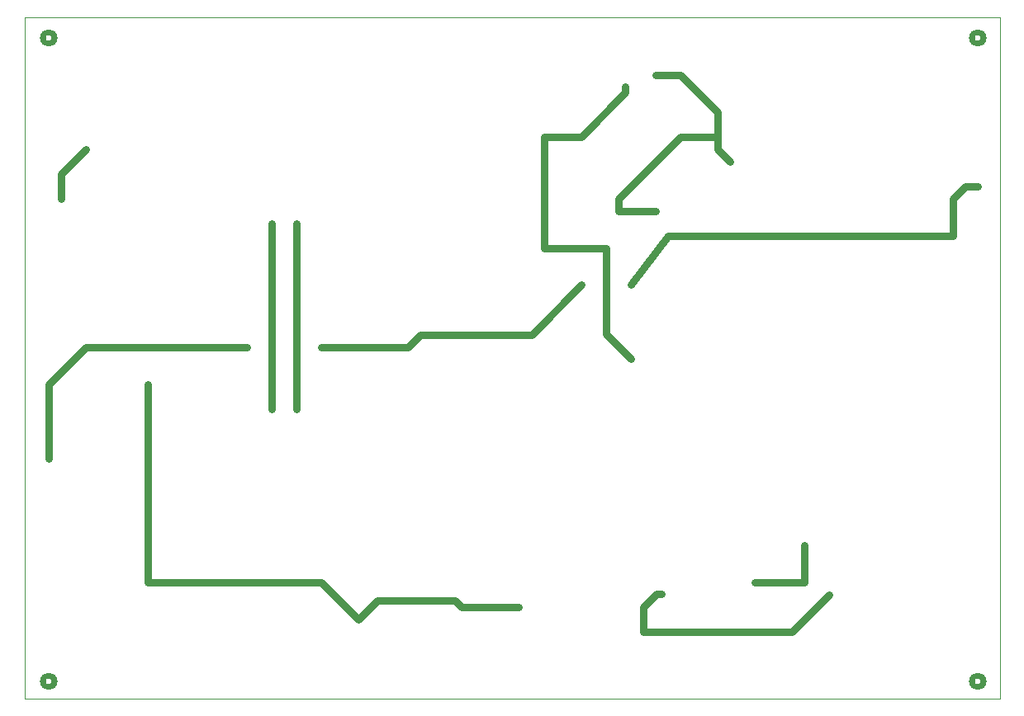
<source format=gbr>
%FSLAX34Y34*%
%MOMM*%
%LNCOPPER_TOP*%
G71*
G01*
%ADD10C, 0.00*%
%ADD11C, 0.80*%
%ADD12C, 1.80*%
%ADD13C, 0.60*%
%LPD*%
G54D10*
X-50000Y1050000D02*
X950000Y1050000D01*
X950000Y350000D01*
X-50000Y350000D01*
X-50000Y1050000D01*
G54D11*
X596900Y990600D02*
X622300Y990600D01*
X660400Y952500D01*
X660400Y914400D01*
X673100Y901700D01*
G54D11*
X596900Y850900D02*
X558800Y850900D01*
X558800Y863600D01*
X622300Y927100D01*
X660400Y927100D01*
G54D11*
X901700Y825500D02*
X901700Y863600D01*
X914400Y876300D01*
X927100Y876300D01*
G54D11*
X571885Y774935D02*
X571885Y775085D01*
X609600Y825500D01*
X901700Y825500D01*
G54D11*
X566178Y978299D02*
X566178Y972578D01*
X520700Y927100D01*
X482600Y927100D01*
X482600Y812800D01*
X546100Y812800D01*
X546100Y724520D01*
X571885Y698735D01*
G54D11*
X602966Y458171D02*
X597871Y458171D01*
X584200Y444500D01*
X584200Y419100D01*
X736600Y419100D01*
X774700Y457200D01*
G54D11*
X457051Y444491D02*
X398509Y444491D01*
X391700Y451300D01*
X311600Y451300D01*
X292100Y431800D01*
G54D11*
X698500Y469900D02*
X749300Y469900D01*
X749300Y508000D01*
X-25400Y1028700D02*
G54D12*
D03*
X-25400Y1028700D02*
G54D12*
D03*
X-25400Y1028700D02*
G54D12*
D03*
X927100Y1028700D02*
G54D12*
D03*
X927100Y368300D02*
G54D12*
D03*
X-25400Y368300D02*
G54D12*
D03*
X-25400Y1028700D02*
G54D12*
D03*
G54D11*
X12700Y914400D02*
X-12700Y889000D01*
X-12700Y863600D01*
G54D11*
X203200Y838200D02*
X203200Y736600D01*
G54D11*
X203200Y736600D02*
X203200Y647700D01*
G54D11*
X76200Y673100D02*
X76200Y469900D01*
G54D11*
X76200Y469900D02*
X254000Y469900D01*
X292100Y431800D01*
G54D11*
X228600Y838200D02*
X228600Y673100D01*
X228600Y647700D01*
G54D11*
X-25400Y596900D02*
X-25400Y673100D01*
X12700Y711200D01*
X177800Y711200D01*
G54D11*
X254000Y711200D02*
X342900Y711200D01*
X355600Y723900D01*
X470051Y723900D01*
X521085Y774935D01*
%LNAUGENFREISTANZEN*%
%LPC*%
X-25400Y1028700D02*
G54D13*
D03*
X-25400Y1028700D02*
G54D13*
D03*
X-25400Y1028700D02*
G54D13*
D03*
X927100Y1028700D02*
G54D13*
D03*
X927100Y368300D02*
G54D13*
D03*
X-25400Y368300D02*
G54D13*
D03*
X-25400Y1028700D02*
G54D13*
D03*
M02*

</source>
